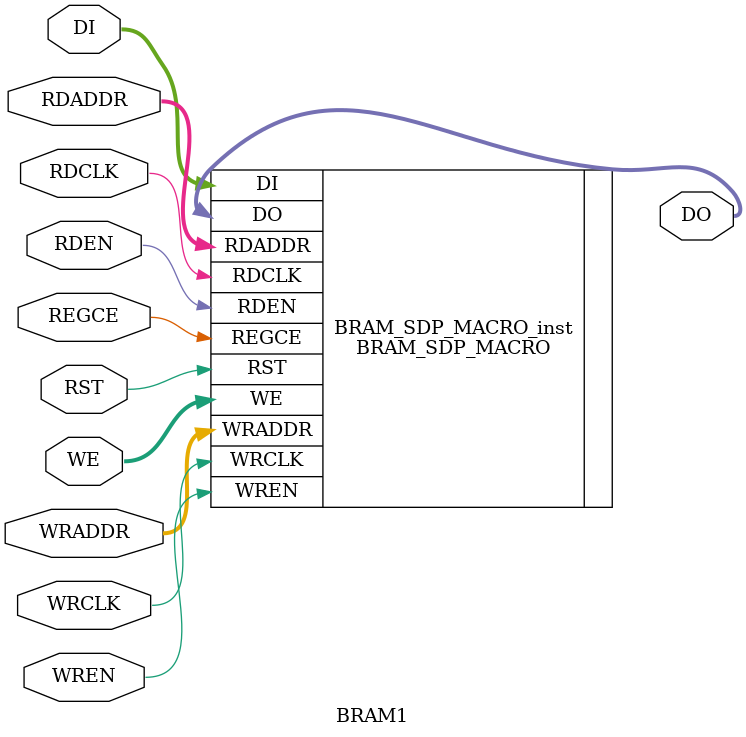
<source format=sv>
`timescale 1ns / 1ps


module BRAM1(input RST, RDCLK, WRCLK, RDEN, WREN, REGCE,
    input logic [3:0] WE,
    input logic [12:0] RDADDR,
    input logic [9:0] WRADDR,
    input logic [31:0] DI,
    output logic [3:0] DO);
    BRAM_SDP_MACRO #(
        .BRAM_SIZE("36Kb"), // Target BRAM, "18Kb" or "36Kb"
        .DEVICE("7SERIES"), // Target device: "7SERIES"
        .WRITE_WIDTH(32),   // Valid values are 1-72 (37-72 only valid when BRAM_SIZE="36Kb"),
        .READ_WIDTH(4),     // Valid values are 1-72 (37-72 only valid when BRAM_SIZE="36Kb")
        .DO_REG(0),         // Optional output register (0 or 1)
        .INIT_FILE ("NONE"),
        .SIM_COLLISION_CHECK ("ALL"), // Collision check enable "ALL", "WARNING_ONLY",
        //"GENERATE_X_ONLY" or "NONE"
        .SRVAL(72'h000000000000000000), // Set/Reset value for port output
        .INIT(72'h000000000000000000), // Initial values on output port
        .WRITE_MODE("WRITE_FIRST"), // Specify "READ_FIRST" for same clock or synchronous clocks
         // Specify "WRITE_FIRST for asynchronous clocks on ports
        .INIT_00(256'h0000000000000000000000000000000000000000000000000000000000000000),
        .INIT_01(256'h0000000000000000000000000000000000000000000000000000000000000000),
        .INIT_02(256'h0000000000000000000000000000000000000000000000000000000000000000),
        .INIT_03(256'h0000000000000000000000000000000000000000000000000000000000000000),
        .INIT_04(256'h10000004_01226640_00000000_10000004_10006004_10006004_10006004_11226644),
        .INIT_05(256'h10006004_10006004_10006004_11226644_00000000_01000040_10000004_10000004),
        .INIT_06(256'h10020004_10200004_11000040_00000000_00000000_00000000_00000000_10000004),
        .INIT_07(256'h11000040_00000000_10000000_11226644_10000040_00000000_10000640_10006004),
        .INIT_08(256'h00000000_00000000_00000000_00000000_10000640_10006004_10020004_10200004)
        ) BRAM_SDP_MACRO_inst (
            .DO(DO),  // Output read data port, width defined by READ_WIDTH parameter
            .DI(DI), // Input write data port, width defined by WRITE_WIDTH parameter
            .RDADDR(RDADDR), // Input read address, width defined by read port depth
            .RDCLK(RDCLK), // 1-bit input read clock
            .RDEN(RDEN),   // 1-bit input read port enable
            .REGCE(REGCE),  // 1-bit input read output register enable
            .RST(RST),     // 1-bit input reset
            .WE(WE),       // Input write enable, width defined by write port depth
            .WRADDR(WRADDR), // Input write address, width defined by write port depth
            .WRCLK(WRCLK),          // 1-bit input write clock
            .WREN(WREN)            // 1-bit input write port enable
         );
    // End of BRAM_SDP_MACRO_inst instantiation

endmodule
</source>
